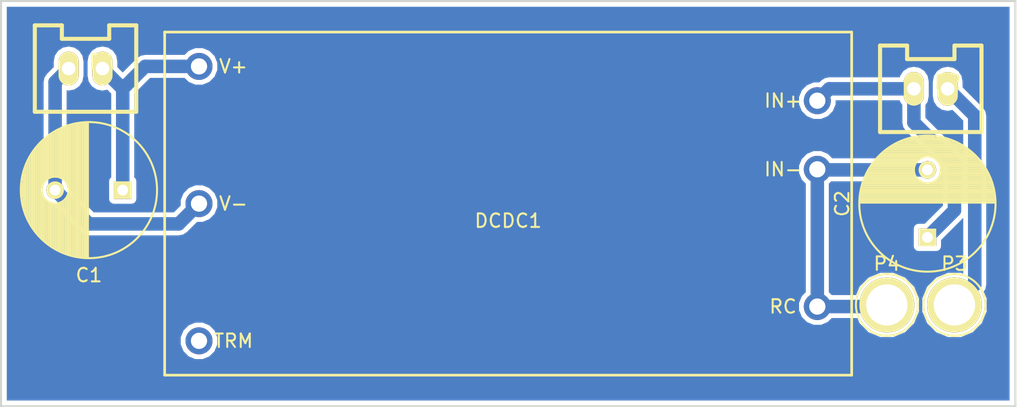
<source format=kicad_pcb>
(kicad_pcb (version 4) (host pcbnew 4.0.6)

  (general
    (links 10)
    (no_connects 0)
    (area -0.075001 -0.075001 75.875 30.075001)
    (thickness 1.6)
    (drawings 4)
    (tracks 23)
    (zones 0)
    (modules 7)
    (nets 6)
  )

  (page A4)
  (layers
    (0 F.Cu signal)
    (31 B.Cu signal)
    (32 B.Adhes user)
    (33 F.Adhes user)
    (34 B.Paste user)
    (35 F.Paste user)
    (36 B.SilkS user)
    (37 F.SilkS user)
    (38 B.Mask user)
    (39 F.Mask user)
    (40 Dwgs.User user)
    (41 Cmts.User user)
    (42 Eco1.User user)
    (43 Eco2.User user)
    (44 Edge.Cuts user)
    (45 Margin user)
    (46 B.CrtYd user)
    (47 F.CrtYd user)
    (48 B.Fab user)
    (49 F.Fab user)
  )

  (setup
    (last_trace_width 1)
    (user_trace_width 0.5)
    (user_trace_width 1)
    (trace_clearance 0.2)
    (zone_clearance 0.35)
    (zone_45_only no)
    (trace_min 0.2)
    (segment_width 0.2)
    (edge_width 0.15)
    (via_size 0.6)
    (via_drill 0.4)
    (via_min_size 0.4)
    (via_min_drill 0.3)
    (user_via 1.2 0.8)
    (uvia_size 0.3)
    (uvia_drill 0.1)
    (uvias_allowed no)
    (uvia_min_size 0.2)
    (uvia_min_drill 0.1)
    (pcb_text_width 0.3)
    (pcb_text_size 1.5 1.5)
    (mod_edge_width 0.15)
    (mod_text_size 1 1)
    (mod_text_width 0.15)
    (pad_size 1.524 1.524)
    (pad_drill 0.762)
    (pad_to_mask_clearance 0.2)
    (aux_axis_origin 0 0)
    (visible_elements 7FFFFFFF)
    (pcbplotparams
      (layerselection 0x01000_80000000)
      (usegerberextensions false)
      (excludeedgelayer true)
      (linewidth 0.100000)
      (plotframeref false)
      (viasonmask false)
      (mode 1)
      (useauxorigin false)
      (hpglpennumber 1)
      (hpglpenspeed 20)
      (hpglpendiameter 15)
      (hpglpenoverlay 2)
      (psnegative false)
      (psa4output false)
      (plotreference true)
      (plotvalue true)
      (plotinvisibletext false)
      (padsonsilk false)
      (subtractmaskfromsilk false)
      (outputformat 1)
      (mirror false)
      (drillshape 0)
      (scaleselection 1)
      (outputdirectory ""))
  )

  (net 0 "")
  (net 1 "Net-(C1-Pad1)")
  (net 2 "Net-(C1-Pad2)")
  (net 3 "Net-(C2-Pad1)")
  (net 4 "Net-(C2-Pad2)")
  (net 5 "Net-(P2-Pad2)")

  (net_class Default "これは標準のネット クラスです。"
    (clearance 0.2)
    (trace_width 0.25)
    (via_dia 0.6)
    (via_drill 0.4)
    (uvia_dia 0.3)
    (uvia_drill 0.1)
    (add_net "Net-(C1-Pad1)")
    (add_net "Net-(C1-Pad2)")
    (add_net "Net-(C2-Pad1)")
    (add_net "Net-(C2-Pad2)")
    (add_net "Net-(P2-Pad2)")
  )

  (module Capacitors_ThroughHole:C_Radial_D10_L20_P5 (layer F.Cu) (tedit 0) (tstamp 59349313)
    (at 9 14 180)
    (descr "Radial Electrolytic Capacitor Diameter 10mm x Length 20mm, Pitch 5mm")
    (tags "Electrolytic Capacitor")
    (path /59349272)
    (fp_text reference C1 (at 2.5 -6.3 180) (layer F.SilkS)
      (effects (font (size 1 1) (thickness 0.15)))
    )
    (fp_text value C (at 2.5 6.3 180) (layer F.Fab)
      (effects (font (size 1 1) (thickness 0.15)))
    )
    (fp_line (start 2.575 -4.999) (end 2.575 4.999) (layer F.SilkS) (width 0.15))
    (fp_line (start 2.715 -4.995) (end 2.715 4.995) (layer F.SilkS) (width 0.15))
    (fp_line (start 2.855 -4.987) (end 2.855 4.987) (layer F.SilkS) (width 0.15))
    (fp_line (start 2.995 -4.975) (end 2.995 4.975) (layer F.SilkS) (width 0.15))
    (fp_line (start 3.135 -4.96) (end 3.135 4.96) (layer F.SilkS) (width 0.15))
    (fp_line (start 3.275 -4.94) (end 3.275 4.94) (layer F.SilkS) (width 0.15))
    (fp_line (start 3.415 -4.916) (end 3.415 4.916) (layer F.SilkS) (width 0.15))
    (fp_line (start 3.555 -4.887) (end 3.555 4.887) (layer F.SilkS) (width 0.15))
    (fp_line (start 3.695 -4.855) (end 3.695 4.855) (layer F.SilkS) (width 0.15))
    (fp_line (start 3.835 -4.818) (end 3.835 4.818) (layer F.SilkS) (width 0.15))
    (fp_line (start 3.975 -4.777) (end 3.975 4.777) (layer F.SilkS) (width 0.15))
    (fp_line (start 4.115 -4.732) (end 4.115 -0.466) (layer F.SilkS) (width 0.15))
    (fp_line (start 4.115 0.466) (end 4.115 4.732) (layer F.SilkS) (width 0.15))
    (fp_line (start 4.255 -4.682) (end 4.255 -0.667) (layer F.SilkS) (width 0.15))
    (fp_line (start 4.255 0.667) (end 4.255 4.682) (layer F.SilkS) (width 0.15))
    (fp_line (start 4.395 -4.627) (end 4.395 -0.796) (layer F.SilkS) (width 0.15))
    (fp_line (start 4.395 0.796) (end 4.395 4.627) (layer F.SilkS) (width 0.15))
    (fp_line (start 4.535 -4.567) (end 4.535 -0.885) (layer F.SilkS) (width 0.15))
    (fp_line (start 4.535 0.885) (end 4.535 4.567) (layer F.SilkS) (width 0.15))
    (fp_line (start 4.675 -4.502) (end 4.675 -0.946) (layer F.SilkS) (width 0.15))
    (fp_line (start 4.675 0.946) (end 4.675 4.502) (layer F.SilkS) (width 0.15))
    (fp_line (start 4.815 -4.432) (end 4.815 -0.983) (layer F.SilkS) (width 0.15))
    (fp_line (start 4.815 0.983) (end 4.815 4.432) (layer F.SilkS) (width 0.15))
    (fp_line (start 4.955 -4.356) (end 4.955 -0.999) (layer F.SilkS) (width 0.15))
    (fp_line (start 4.955 0.999) (end 4.955 4.356) (layer F.SilkS) (width 0.15))
    (fp_line (start 5.095 -4.274) (end 5.095 -0.995) (layer F.SilkS) (width 0.15))
    (fp_line (start 5.095 0.995) (end 5.095 4.274) (layer F.SilkS) (width 0.15))
    (fp_line (start 5.235 -4.186) (end 5.235 -0.972) (layer F.SilkS) (width 0.15))
    (fp_line (start 5.235 0.972) (end 5.235 4.186) (layer F.SilkS) (width 0.15))
    (fp_line (start 5.375 -4.091) (end 5.375 -0.927) (layer F.SilkS) (width 0.15))
    (fp_line (start 5.375 0.927) (end 5.375 4.091) (layer F.SilkS) (width 0.15))
    (fp_line (start 5.515 -3.989) (end 5.515 -0.857) (layer F.SilkS) (width 0.15))
    (fp_line (start 5.515 0.857) (end 5.515 3.989) (layer F.SilkS) (width 0.15))
    (fp_line (start 5.655 -3.879) (end 5.655 -0.756) (layer F.SilkS) (width 0.15))
    (fp_line (start 5.655 0.756) (end 5.655 3.879) (layer F.SilkS) (width 0.15))
    (fp_line (start 5.795 -3.761) (end 5.795 -0.607) (layer F.SilkS) (width 0.15))
    (fp_line (start 5.795 0.607) (end 5.795 3.761) (layer F.SilkS) (width 0.15))
    (fp_line (start 5.935 -3.633) (end 5.935 -0.355) (layer F.SilkS) (width 0.15))
    (fp_line (start 5.935 0.355) (end 5.935 3.633) (layer F.SilkS) (width 0.15))
    (fp_line (start 6.075 -3.496) (end 6.075 3.496) (layer F.SilkS) (width 0.15))
    (fp_line (start 6.215 -3.346) (end 6.215 3.346) (layer F.SilkS) (width 0.15))
    (fp_line (start 6.355 -3.184) (end 6.355 3.184) (layer F.SilkS) (width 0.15))
    (fp_line (start 6.495 -3.007) (end 6.495 3.007) (layer F.SilkS) (width 0.15))
    (fp_line (start 6.635 -2.811) (end 6.635 2.811) (layer F.SilkS) (width 0.15))
    (fp_line (start 6.775 -2.593) (end 6.775 2.593) (layer F.SilkS) (width 0.15))
    (fp_line (start 6.915 -2.347) (end 6.915 2.347) (layer F.SilkS) (width 0.15))
    (fp_line (start 7.055 -2.062) (end 7.055 2.062) (layer F.SilkS) (width 0.15))
    (fp_line (start 7.195 -1.72) (end 7.195 1.72) (layer F.SilkS) (width 0.15))
    (fp_line (start 7.335 -1.274) (end 7.335 1.274) (layer F.SilkS) (width 0.15))
    (fp_line (start 7.475 -0.499) (end 7.475 0.499) (layer F.SilkS) (width 0.15))
    (fp_circle (center 5 0) (end 5 -1) (layer F.SilkS) (width 0.15))
    (fp_circle (center 2.5 0) (end 2.5 -5.0375) (layer F.SilkS) (width 0.15))
    (fp_circle (center 2.5 0) (end 2.5 -5.3) (layer F.CrtYd) (width 0.05))
    (pad 1 thru_hole rect (at 0 0 180) (size 1.3 1.3) (drill 0.8) (layers *.Cu *.Mask F.SilkS)
      (net 1 "Net-(C1-Pad1)"))
    (pad 2 thru_hole circle (at 5 0 180) (size 1.3 1.3) (drill 0.8) (layers *.Cu *.Mask F.SilkS)
      (net 2 "Net-(C1-Pad2)"))
    (model Capacitors_ThroughHole.3dshapes/C_Radial_D10_L20_P5.wrl
      (at (xyz 0 0 0))
      (scale (xyz 1 1 1))
      (rotate (xyz 0 0 0))
    )
  )

  (module Capacitors_ThroughHole:C_Radial_D10_L20_P5 (layer F.Cu) (tedit 0) (tstamp 59349319)
    (at 68.5 17.5 90)
    (descr "Radial Electrolytic Capacitor Diameter 10mm x Length 20mm, Pitch 5mm")
    (tags "Electrolytic Capacitor")
    (path /593492B1)
    (fp_text reference C2 (at 2.5 -6.3 90) (layer F.SilkS)
      (effects (font (size 1 1) (thickness 0.15)))
    )
    (fp_text value C (at 2.5 6.3 90) (layer F.Fab)
      (effects (font (size 1 1) (thickness 0.15)))
    )
    (fp_line (start 2.575 -4.999) (end 2.575 4.999) (layer F.SilkS) (width 0.15))
    (fp_line (start 2.715 -4.995) (end 2.715 4.995) (layer F.SilkS) (width 0.15))
    (fp_line (start 2.855 -4.987) (end 2.855 4.987) (layer F.SilkS) (width 0.15))
    (fp_line (start 2.995 -4.975) (end 2.995 4.975) (layer F.SilkS) (width 0.15))
    (fp_line (start 3.135 -4.96) (end 3.135 4.96) (layer F.SilkS) (width 0.15))
    (fp_line (start 3.275 -4.94) (end 3.275 4.94) (layer F.SilkS) (width 0.15))
    (fp_line (start 3.415 -4.916) (end 3.415 4.916) (layer F.SilkS) (width 0.15))
    (fp_line (start 3.555 -4.887) (end 3.555 4.887) (layer F.SilkS) (width 0.15))
    (fp_line (start 3.695 -4.855) (end 3.695 4.855) (layer F.SilkS) (width 0.15))
    (fp_line (start 3.835 -4.818) (end 3.835 4.818) (layer F.SilkS) (width 0.15))
    (fp_line (start 3.975 -4.777) (end 3.975 4.777) (layer F.SilkS) (width 0.15))
    (fp_line (start 4.115 -4.732) (end 4.115 -0.466) (layer F.SilkS) (width 0.15))
    (fp_line (start 4.115 0.466) (end 4.115 4.732) (layer F.SilkS) (width 0.15))
    (fp_line (start 4.255 -4.682) (end 4.255 -0.667) (layer F.SilkS) (width 0.15))
    (fp_line (start 4.255 0.667) (end 4.255 4.682) (layer F.SilkS) (width 0.15))
    (fp_line (start 4.395 -4.627) (end 4.395 -0.796) (layer F.SilkS) (width 0.15))
    (fp_line (start 4.395 0.796) (end 4.395 4.627) (layer F.SilkS) (width 0.15))
    (fp_line (start 4.535 -4.567) (end 4.535 -0.885) (layer F.SilkS) (width 0.15))
    (fp_line (start 4.535 0.885) (end 4.535 4.567) (layer F.SilkS) (width 0.15))
    (fp_line (start 4.675 -4.502) (end 4.675 -0.946) (layer F.SilkS) (width 0.15))
    (fp_line (start 4.675 0.946) (end 4.675 4.502) (layer F.SilkS) (width 0.15))
    (fp_line (start 4.815 -4.432) (end 4.815 -0.983) (layer F.SilkS) (width 0.15))
    (fp_line (start 4.815 0.983) (end 4.815 4.432) (layer F.SilkS) (width 0.15))
    (fp_line (start 4.955 -4.356) (end 4.955 -0.999) (layer F.SilkS) (width 0.15))
    (fp_line (start 4.955 0.999) (end 4.955 4.356) (layer F.SilkS) (width 0.15))
    (fp_line (start 5.095 -4.274) (end 5.095 -0.995) (layer F.SilkS) (width 0.15))
    (fp_line (start 5.095 0.995) (end 5.095 4.274) (layer F.SilkS) (width 0.15))
    (fp_line (start 5.235 -4.186) (end 5.235 -0.972) (layer F.SilkS) (width 0.15))
    (fp_line (start 5.235 0.972) (end 5.235 4.186) (layer F.SilkS) (width 0.15))
    (fp_line (start 5.375 -4.091) (end 5.375 -0.927) (layer F.SilkS) (width 0.15))
    (fp_line (start 5.375 0.927) (end 5.375 4.091) (layer F.SilkS) (width 0.15))
    (fp_line (start 5.515 -3.989) (end 5.515 -0.857) (layer F.SilkS) (width 0.15))
    (fp_line (start 5.515 0.857) (end 5.515 3.989) (layer F.SilkS) (width 0.15))
    (fp_line (start 5.655 -3.879) (end 5.655 -0.756) (layer F.SilkS) (width 0.15))
    (fp_line (start 5.655 0.756) (end 5.655 3.879) (layer F.SilkS) (width 0.15))
    (fp_line (start 5.795 -3.761) (end 5.795 -0.607) (layer F.SilkS) (width 0.15))
    (fp_line (start 5.795 0.607) (end 5.795 3.761) (layer F.SilkS) (width 0.15))
    (fp_line (start 5.935 -3.633) (end 5.935 -0.355) (layer F.SilkS) (width 0.15))
    (fp_line (start 5.935 0.355) (end 5.935 3.633) (layer F.SilkS) (width 0.15))
    (fp_line (start 6.075 -3.496) (end 6.075 3.496) (layer F.SilkS) (width 0.15))
    (fp_line (start 6.215 -3.346) (end 6.215 3.346) (layer F.SilkS) (width 0.15))
    (fp_line (start 6.355 -3.184) (end 6.355 3.184) (layer F.SilkS) (width 0.15))
    (fp_line (start 6.495 -3.007) (end 6.495 3.007) (layer F.SilkS) (width 0.15))
    (fp_line (start 6.635 -2.811) (end 6.635 2.811) (layer F.SilkS) (width 0.15))
    (fp_line (start 6.775 -2.593) (end 6.775 2.593) (layer F.SilkS) (width 0.15))
    (fp_line (start 6.915 -2.347) (end 6.915 2.347) (layer F.SilkS) (width 0.15))
    (fp_line (start 7.055 -2.062) (end 7.055 2.062) (layer F.SilkS) (width 0.15))
    (fp_line (start 7.195 -1.72) (end 7.195 1.72) (layer F.SilkS) (width 0.15))
    (fp_line (start 7.335 -1.274) (end 7.335 1.274) (layer F.SilkS) (width 0.15))
    (fp_line (start 7.475 -0.499) (end 7.475 0.499) (layer F.SilkS) (width 0.15))
    (fp_circle (center 5 0) (end 5 -1) (layer F.SilkS) (width 0.15))
    (fp_circle (center 2.5 0) (end 2.5 -5.0375) (layer F.SilkS) (width 0.15))
    (fp_circle (center 2.5 0) (end 2.5 -5.3) (layer F.CrtYd) (width 0.05))
    (pad 1 thru_hole rect (at 0 0 90) (size 1.3 1.3) (drill 0.8) (layers *.Cu *.Mask F.SilkS)
      (net 3 "Net-(C2-Pad1)"))
    (pad 2 thru_hole circle (at 5 0 90) (size 1.3 1.3) (drill 0.8) (layers *.Cu *.Mask F.SilkS)
      (net 4 "Net-(C2-Pad2)"))
    (model Capacitors_ThroughHole.3dshapes/C_Radial_D10_L20_P5.wrl
      (at (xyz 0 0 0))
      (scale (xyz 1 1 1))
      (rotate (xyz 0 0 0))
    )
  )

  (module RP_KiCAD_Libs:MGS30 (layer F.Cu) (tedit 58266519) (tstamp 59349323)
    (at 37.5 15)
    (path /59349231)
    (fp_text reference DCDC1 (at 0 1.27) (layer F.SilkS)
      (effects (font (size 1 1) (thickness 0.15)))
    )
    (fp_text value MGS15 (at 0 -1.27) (layer F.Fab)
      (effects (font (size 1 1) (thickness 0.15)))
    )
    (fp_line (start 25.4 12.7) (end -25.4 12.7) (layer F.SilkS) (width 0.2))
    (fp_line (start -25.4 12.7) (end -25.4 -12.7) (layer F.SilkS) (width 0.2))
    (fp_line (start -25.4 -12.7) (end 25.4 -12.7) (layer F.SilkS) (width 0.2))
    (fp_line (start 25.4 12.7) (end 25.4 -12.7) (layer F.SilkS) (width 0.2))
    (fp_text user RC (at 20.32 7.62) (layer F.SilkS)
      (effects (font (size 1 1) (thickness 0.15)))
    )
    (fp_text user IN- (at 20.32 -2.54) (layer F.SilkS)
      (effects (font (size 1 1) (thickness 0.15)))
    )
    (fp_text user IN+ (at 20.32 -7.62) (layer F.SilkS)
      (effects (font (size 1 1) (thickness 0.15)))
    )
    (fp_text user V- (at -20.32 0) (layer F.SilkS)
      (effects (font (size 1 1) (thickness 0.15)))
    )
    (fp_text user TRM (at -20.32 10.16) (layer F.SilkS)
      (effects (font (size 1 1) (thickness 0.15)))
    )
    (fp_text user V+ (at -20.32 -10.16) (layer F.SilkS)
      (effects (font (size 1 1) (thickness 0.15)))
    )
    (pad 6 thru_hole circle (at 22.86 -7.62) (size 2 2) (drill 1.2) (layers *.Cu *.Mask)
      (net 3 "Net-(C2-Pad1)"))
    (pad 5 thru_hole circle (at 22.86 -2.54) (size 2 2) (drill 1.2) (layers *.Cu *.Mask)
      (net 4 "Net-(C2-Pad2)"))
    (pad 4 thru_hole circle (at 22.86 7.62) (size 2 2) (drill 1.2) (layers *.Cu *.Mask)
      (net 4 "Net-(C2-Pad2)"))
    (pad 2 thru_hole circle (at -22.86 10.16) (size 2 2) (drill 1.2) (layers *.Cu *.Mask))
    (pad 3 thru_hole circle (at -22.86 0) (size 2 2) (drill 1.2) (layers *.Cu *.Mask)
      (net 2 "Net-(C1-Pad2)"))
    (pad 1 thru_hole circle (at -22.86 -10.16) (size 2 2) (drill 1.2) (layers *.Cu *.Mask)
      (net 1 "Net-(C1-Pad1)"))
  )

  (module RP_KiCAD_Connector:XA_2T (layer F.Cu) (tedit 5907D1EC) (tstamp 59349329)
    (at 7.5 5 180)
    (path /5934982D)
    (fp_text reference P1 (at 0 0.5 180) (layer F.SilkS)
      (effects (font (size 1 1) (thickness 0.15)))
    )
    (fp_text value CONN_01X02 (at 0 -0.5 180) (layer F.Fab)
      (effects (font (size 1 1) (thickness 0.15)))
    )
    (fp_line (start -2.5 3.2) (end -0.5 3.2) (layer F.SilkS) (width 0.3))
    (fp_line (start -0.5 3.2) (end -0.5 2.2) (layer F.SilkS) (width 0.3))
    (fp_line (start -0.5 2.2) (end 3 2.2) (layer F.SilkS) (width 0.3))
    (fp_line (start 3 2.2) (end 3 3.2) (layer F.SilkS) (width 0.3))
    (fp_line (start 3 3.2) (end 5 3.2) (layer F.SilkS) (width 0.3))
    (fp_line (start -2.5 -3.2) (end -2.5 3.2) (layer F.SilkS) (width 0.3))
    (fp_line (start 5 3.2) (end 5 -3.2) (layer F.SilkS) (width 0.3))
    (fp_line (start 5 -3.2) (end -2.5 -3.2) (layer F.SilkS) (width 0.3))
    (pad 2 thru_hole oval (at 0 0 180) (size 1.5 2.5) (drill 1) (layers *.Cu *.Mask F.SilkS)
      (net 1 "Net-(C1-Pad1)"))
    (pad 1 thru_hole oval (at 2.5 0 180) (size 1.5 2.5) (drill 1) (layers *.Cu *.Mask F.SilkS)
      (net 2 "Net-(C1-Pad2)"))
    (model conn_XA/XA_2T.wrl
      (at (xyz 0.05 0 0))
      (scale (xyz 4 4 4))
      (rotate (xyz -90 0 0))
    )
  )

  (module RP_KiCAD_Connector:XA_2T (layer F.Cu) (tedit 5907D1EC) (tstamp 5934932F)
    (at 70 6.5 180)
    (path /59349666)
    (fp_text reference P2 (at 0 0.5 180) (layer F.SilkS)
      (effects (font (size 1 1) (thickness 0.15)))
    )
    (fp_text value CONN_01X02 (at 0 -0.5 180) (layer F.Fab)
      (effects (font (size 1 1) (thickness 0.15)))
    )
    (fp_line (start -2.5 3.2) (end -0.5 3.2) (layer F.SilkS) (width 0.3))
    (fp_line (start -0.5 3.2) (end -0.5 2.2) (layer F.SilkS) (width 0.3))
    (fp_line (start -0.5 2.2) (end 3 2.2) (layer F.SilkS) (width 0.3))
    (fp_line (start 3 2.2) (end 3 3.2) (layer F.SilkS) (width 0.3))
    (fp_line (start 3 3.2) (end 5 3.2) (layer F.SilkS) (width 0.3))
    (fp_line (start -2.5 -3.2) (end -2.5 3.2) (layer F.SilkS) (width 0.3))
    (fp_line (start 5 3.2) (end 5 -3.2) (layer F.SilkS) (width 0.3))
    (fp_line (start 5 -3.2) (end -2.5 -3.2) (layer F.SilkS) (width 0.3))
    (pad 2 thru_hole oval (at 0 0 180) (size 1.5 2.5) (drill 1) (layers *.Cu *.Mask F.SilkS)
      (net 5 "Net-(P2-Pad2)"))
    (pad 1 thru_hole oval (at 2.5 0 180) (size 1.5 2.5) (drill 1) (layers *.Cu *.Mask F.SilkS)
      (net 3 "Net-(C2-Pad1)"))
    (model conn_XA/XA_2T.wrl
      (at (xyz 0.05 0 0))
      (scale (xyz 4 4 4))
      (rotate (xyz -90 0 0))
    )
  )

  (module Connect:1pin (layer F.Cu) (tedit 0) (tstamp 59349334)
    (at 70.5 22.5)
    (descr "module 1 pin (ou trou mecanique de percage)")
    (tags DEV)
    (path /59349A8D)
    (fp_text reference P3 (at 0 -3.048) (layer F.SilkS)
      (effects (font (size 1 1) (thickness 0.15)))
    )
    (fp_text value CONN_01X01 (at 0 2.794) (layer F.Fab)
      (effects (font (size 1 1) (thickness 0.15)))
    )
    (fp_circle (center 0 0) (end 0 -2.286) (layer F.SilkS) (width 0.15))
    (pad 1 thru_hole circle (at 0 0) (size 4.064 4.064) (drill 3.048) (layers *.Cu *.Mask F.SilkS)
      (net 5 "Net-(P2-Pad2)"))
  )

  (module Connect:1pin (layer F.Cu) (tedit 0) (tstamp 59349339)
    (at 65.5 22.5)
    (descr "module 1 pin (ou trou mecanique de percage)")
    (tags DEV)
    (path /59349AC2)
    (fp_text reference P4 (at 0 -3.048) (layer F.SilkS)
      (effects (font (size 1 1) (thickness 0.15)))
    )
    (fp_text value CONN_01X01 (at 0 2.794) (layer F.Fab)
      (effects (font (size 1 1) (thickness 0.15)))
    )
    (fp_circle (center 0 0) (end 0 -2.286) (layer F.SilkS) (width 0.15))
    (pad 1 thru_hole circle (at 0 0) (size 4.064 4.064) (drill 3.048) (layers *.Cu *.Mask F.SilkS)
      (net 4 "Net-(C2-Pad2)"))
  )

  (gr_line (start 75 0) (end 0 0) (angle 90) (layer Edge.Cuts) (width 0.15))
  (gr_line (start 75 30) (end 75 0) (angle 90) (layer Edge.Cuts) (width 0.15))
  (gr_line (start 0 30) (end 75 30) (angle 90) (layer Edge.Cuts) (width 0.15))
  (gr_line (start 0 0) (end 0 30) (angle 90) (layer Edge.Cuts) (width 0.15))

  (segment (start 14.64 4.84) (end 10.66 4.84) (width 1) (layer B.Cu) (net 1))
  (segment (start 10.66 4.84) (end 9 6.5) (width 1) (layer B.Cu) (net 1) (tstamp 5934944C))
  (segment (start 7.5 5) (end 9 6.5) (width 1) (layer B.Cu) (net 1))
  (segment (start 9 6.5) (end 9 14) (width 1) (layer B.Cu) (net 1) (tstamp 59349449))
  (segment (start 4 14) (end 6.5 16.5) (width 1) (layer B.Cu) (net 2) (status 400000))
  (segment (start 13.14 16.5) (end 14.64 15) (width 1) (layer B.Cu) (net 2) (tstamp 59349456) (status 800000))
  (segment (start 6.5 16.5) (end 13.14 16.5) (width 1) (layer B.Cu) (net 2) (tstamp 59349455))
  (segment (start 4 14) (end 4 6) (width 1) (layer B.Cu) (net 2) (status 400000))
  (segment (start 4 6) (end 5 5) (width 1) (layer B.Cu) (net 2) (tstamp 59349452) (status 800000))
  (segment (start 60.36 7.38) (end 61.24 6.5) (width 1) (layer B.Cu) (net 3))
  (segment (start 61.24 6.5) (end 67.5 6.5) (width 1) (layer B.Cu) (net 3) (tstamp 59349446))
  (segment (start 67.5 6.5) (end 67.5 9) (width 1) (layer B.Cu) (net 3))
  (segment (start 70.5 15.5) (end 68.5 17.5) (width 1) (layer B.Cu) (net 3) (tstamp 5934943E))
  (segment (start 70.5 12) (end 70.5 15.5) (width 1) (layer B.Cu) (net 3) (tstamp 5934943D))
  (segment (start 67.5 9) (end 70.5 12) (width 1) (layer B.Cu) (net 3) (tstamp 5934943C))
  (segment (start 60.36 12.46) (end 60.4 12.5) (width 1) (layer B.Cu) (net 4))
  (segment (start 60.4 12.5) (end 68.5 12.5) (width 1) (layer B.Cu) (net 4) (tstamp 59349436))
  (segment (start 60.36 22.62) (end 60.36 12.46) (width 1) (layer B.Cu) (net 4))
  (segment (start 65.5 22.5) (end 65.38 22.62) (width 1) (layer B.Cu) (net 4))
  (segment (start 65.38 22.62) (end 60.36 22.62) (width 1) (layer B.Cu) (net 4) (tstamp 59349431))
  (segment (start 70 6.5) (end 72 8.5) (width 1) (layer B.Cu) (net 5))
  (segment (start 72 21) (end 70.5 22.5) (width 1) (layer B.Cu) (net 5) (tstamp 5934942E))
  (segment (start 72 8.5) (end 72 21) (width 1) (layer B.Cu) (net 5) (tstamp 5934942D))

  (zone (net 0) (net_name "") (layer B.Cu) (tstamp 5934945A) (hatch edge 0.508)
    (connect_pads yes (clearance 0.35))
    (min_thickness 0.026)
    (fill yes (arc_segments 16) (thermal_gap 0.508) (thermal_bridge_width 0.508))
    (polygon
      (pts
        (xy 75 30) (xy 0 30) (xy 0 0) (xy 75 0)
      )
    )
    (filled_polygon
      (pts
        (xy 74.562 29.562) (xy 0.438 29.562) (xy 0.438 25.429928) (xy 13.276764 25.429928) (xy 13.483831 25.931069)
        (xy 13.866914 26.314822) (xy 14.367693 26.522763) (xy 14.909928 26.523236) (xy 15.411069 26.316169) (xy 15.794822 25.933086)
        (xy 16.002763 25.432307) (xy 16.003236 24.890072) (xy 15.796169 24.388931) (xy 15.413086 24.005178) (xy 14.912307 23.797237)
        (xy 14.370072 23.796764) (xy 13.868931 24.003831) (xy 13.485178 24.386914) (xy 13.277237 24.887693) (xy 13.276764 25.429928)
        (xy 0.438 25.429928) (xy 0.438 14.200614) (xy 2.986824 14.200614) (xy 3.14072 14.573069) (xy 3.425432 14.858279)
        (xy 3.788623 15.009089) (xy 5.889767 17.110233) (xy 6.169744 17.297308) (xy 6.5 17.363) (xy 13.14 17.363)
        (xy 13.470256 17.297308) (xy 13.750233 17.110233) (xy 14.49759 16.362876) (xy 14.909928 16.363236) (xy 15.411069 16.156169)
        (xy 15.794822 15.773086) (xy 16.002763 15.272307) (xy 16.003236 14.730072) (xy 15.796169 14.228931) (xy 15.413086 13.845178)
        (xy 14.912307 13.637237) (xy 14.370072 13.636764) (xy 13.868931 13.843831) (xy 13.485178 14.226914) (xy 13.277237 14.727693)
        (xy 13.276875 15.142659) (xy 12.782534 15.637) (xy 6.857466 15.637) (xy 5.008475 13.788009) (xy 4.863 13.435934)
        (xy 4.863 6.61735) (xy 5 6.644601) (xy 5.425927 6.559879) (xy 5.78701 6.318611) (xy 6.028278 5.957528)
        (xy 6.113 5.531601) (xy 6.113 4.468399) (xy 6.387 4.468399) (xy 6.387 5.531601) (xy 6.471722 5.957528)
        (xy 6.71299 6.318611) (xy 7.074073 6.559879) (xy 7.5 6.644601) (xy 7.853767 6.574233) (xy 8.137 6.857466)
        (xy 8.137 13.055702) (xy 8.091932 13.084702) (xy 8.009049 13.206006) (xy 7.979889 13.35) (xy 7.979889 14.65)
        (xy 8.005201 14.78452) (xy 8.084702 14.908068) (xy 8.206006 14.990951) (xy 8.35 15.020111) (xy 9.65 15.020111)
        (xy 9.78452 14.994799) (xy 9.908068 14.915298) (xy 9.990951 14.793994) (xy 10.020111 14.65) (xy 10.020111 13.35)
        (xy 9.994799 13.21548) (xy 9.915298 13.091932) (xy 9.863 13.056199) (xy 9.863 7.649928) (xy 58.996764 7.649928)
        (xy 59.203831 8.151069) (xy 59.586914 8.534822) (xy 60.087693 8.742763) (xy 60.629928 8.743236) (xy 61.131069 8.536169)
        (xy 61.514822 8.153086) (xy 61.722763 7.652307) (xy 61.723015 7.363) (xy 66.452919 7.363) (xy 66.471722 7.457528)
        (xy 66.637 7.704884) (xy 66.637 9) (xy 66.702692 9.330256) (xy 66.889767 9.610233) (xy 68.812389 11.532855)
        (xy 68.702382 11.487176) (xy 68.299386 11.486824) (xy 67.935934 11.637) (xy 61.464329 11.637) (xy 61.133086 11.305178)
        (xy 60.632307 11.097237) (xy 60.090072 11.096764) (xy 59.588931 11.303831) (xy 59.205178 11.686914) (xy 58.997237 12.187693)
        (xy 58.996764 12.729928) (xy 59.203831 13.231069) (xy 59.497 13.524751) (xy 59.497 21.555601) (xy 59.205178 21.846914)
        (xy 58.997237 22.347693) (xy 58.996764 22.889928) (xy 59.203831 23.391069) (xy 59.586914 23.774822) (xy 60.087693 23.982763)
        (xy 60.629928 23.983236) (xy 61.131069 23.776169) (xy 61.424751 23.483) (xy 63.314774 23.483) (xy 63.468434 23.854886)
        (xy 64.14157 24.529198) (xy 65.021515 24.894584) (xy 65.974305 24.895415) (xy 66.854886 24.531566) (xy 67.529198 23.85843)
        (xy 67.894584 22.978485) (xy 67.895415 22.025695) (xy 67.531566 21.145114) (xy 66.85843 20.470802) (xy 65.978485 20.105416)
        (xy 65.025695 20.104585) (xy 64.145114 20.468434) (xy 63.470802 21.14157) (xy 63.215252 21.757) (xy 61.424399 21.757)
        (xy 61.223 21.555249) (xy 61.223 13.524399) (xy 61.384681 13.363) (xy 67.936801 13.363) (xy 68.297618 13.512824)
        (xy 68.700614 13.513176) (xy 69.073069 13.35928) (xy 69.358279 13.074568) (xy 69.512824 12.702382) (xy 69.513176 12.299386)
        (xy 69.466883 12.187349) (xy 69.637 12.357466) (xy 69.637 15.142534) (xy 68.299645 16.479889) (xy 67.85 16.479889)
        (xy 67.71548 16.505201) (xy 67.591932 16.584702) (xy 67.509049 16.706006) (xy 67.479889 16.85) (xy 67.479889 18.15)
        (xy 67.505201 18.28452) (xy 67.584702 18.408068) (xy 67.706006 18.490951) (xy 67.85 18.520111) (xy 69.15 18.520111)
        (xy 69.28452 18.494799) (xy 69.408068 18.415298) (xy 69.490951 18.293994) (xy 69.520111 18.15) (xy 69.520111 17.700355)
        (xy 71.110233 16.110233) (xy 71.137 16.070173) (xy 71.137 20.171237) (xy 70.978485 20.105416) (xy 70.025695 20.104585)
        (xy 69.145114 20.468434) (xy 68.470802 21.14157) (xy 68.105416 22.021515) (xy 68.104585 22.974305) (xy 68.468434 23.854886)
        (xy 69.14157 24.529198) (xy 70.021515 24.894584) (xy 70.974305 24.895415) (xy 71.854886 24.531566) (xy 72.529198 23.85843)
        (xy 72.894584 22.978485) (xy 72.895415 22.025695) (xy 72.680375 21.505259) (xy 72.797308 21.330256) (xy 72.863 21)
        (xy 72.863 8.5) (xy 72.797308 8.169744) (xy 72.610233 7.889767) (xy 71.113 6.392534) (xy 71.113 5.968399)
        (xy 71.028278 5.542472) (xy 70.78701 5.181389) (xy 70.425927 4.940121) (xy 70 4.855399) (xy 69.574073 4.940121)
        (xy 69.21299 5.181389) (xy 68.971722 5.542472) (xy 68.887 5.968399) (xy 68.887 7.031601) (xy 68.971722 7.457528)
        (xy 69.21299 7.818611) (xy 69.574073 8.059879) (xy 70 8.144601) (xy 70.353767 8.074233) (xy 71.137 8.857466)
        (xy 71.137 11.429827) (xy 71.110233 11.389767) (xy 68.363 8.642534) (xy 68.363 7.704884) (xy 68.528278 7.457528)
        (xy 68.613 7.031601) (xy 68.613 5.968399) (xy 68.528278 5.542472) (xy 68.28701 5.181389) (xy 67.925927 4.940121)
        (xy 67.5 4.855399) (xy 67.074073 4.940121) (xy 66.71299 5.181389) (xy 66.471722 5.542472) (xy 66.452919 5.637)
        (xy 61.24 5.637) (xy 60.909744 5.702692) (xy 60.629767 5.889767) (xy 60.50241 6.017124) (xy 60.090072 6.016764)
        (xy 59.588931 6.223831) (xy 59.205178 6.606914) (xy 58.997237 7.107693) (xy 58.996764 7.649928) (xy 9.863 7.649928)
        (xy 9.863 6.857466) (xy 11.017466 5.703) (xy 13.575601 5.703) (xy 13.866914 5.994822) (xy 14.367693 6.202763)
        (xy 14.909928 6.203236) (xy 15.411069 5.996169) (xy 15.794822 5.613086) (xy 16.002763 5.112307) (xy 16.003236 4.570072)
        (xy 15.796169 4.068931) (xy 15.413086 3.685178) (xy 14.912307 3.477237) (xy 14.370072 3.476764) (xy 13.868931 3.683831)
        (xy 13.575249 3.977) (xy 10.66 3.977) (xy 10.329744 4.042692) (xy 10.090288 4.202692) (xy 10.049767 4.229767)
        (xy 9 5.279534) (xy 8.613 4.892534) (xy 8.613 4.468399) (xy 8.528278 4.042472) (xy 8.28701 3.681389)
        (xy 7.925927 3.440121) (xy 7.5 3.355399) (xy 7.074073 3.440121) (xy 6.71299 3.681389) (xy 6.471722 4.042472)
        (xy 6.387 4.468399) (xy 6.113 4.468399) (xy 6.028278 4.042472) (xy 5.78701 3.681389) (xy 5.425927 3.440121)
        (xy 5 3.355399) (xy 4.574073 3.440121) (xy 4.21299 3.681389) (xy 3.971722 4.042472) (xy 3.887 4.468399)
        (xy 3.887 4.892534) (xy 3.389767 5.389767) (xy 3.202692 5.669744) (xy 3.137 6) (xy 3.137 13.436801)
        (xy 2.987176 13.797618) (xy 2.986824 14.200614) (xy 0.438 14.200614) (xy 0.438 0.438) (xy 74.562 0.438)
      )
    )
  )
)

</source>
